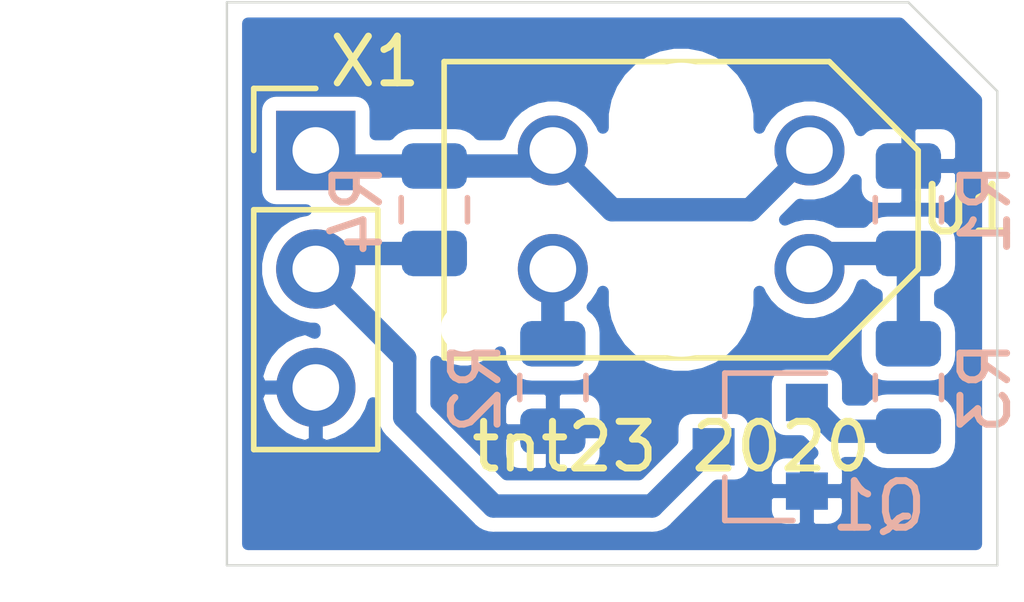
<source format=kicad_pcb>
(kicad_pcb (version 20171130) (host pcbnew "(5.1.5)-2")

  (general
    (thickness 1.6)
    (drawings 8)
    (tracks 22)
    (zones 0)
    (modules 7)
    (nets 7)
  )

  (page A4)
  (layers
    (0 F.Cu signal)
    (31 B.Cu signal)
    (32 B.Adhes user)
    (33 F.Adhes user)
    (34 B.Paste user)
    (35 F.Paste user)
    (36 B.SilkS user)
    (37 F.SilkS user)
    (38 B.Mask user)
    (39 F.Mask user)
    (40 Dwgs.User user)
    (41 Cmts.User user)
    (42 Eco1.User user)
    (43 Eco2.User user)
    (44 Edge.Cuts user)
    (45 Margin user)
    (46 B.CrtYd user)
    (47 F.CrtYd user)
    (48 B.Fab user)
    (49 F.Fab user)
  )

  (setup
    (last_trace_width 0.25)
    (user_trace_width 0.3)
    (user_trace_width 0.5)
    (trace_clearance 0.2)
    (zone_clearance 0.3)
    (zone_45_only no)
    (trace_min 0.2)
    (via_size 0.8)
    (via_drill 0.4)
    (via_min_size 0.4)
    (via_min_drill 0.3)
    (uvia_size 0.3)
    (uvia_drill 0.1)
    (uvias_allowed no)
    (uvia_min_size 0.2)
    (uvia_min_drill 0.1)
    (edge_width 0.05)
    (segment_width 0.2)
    (pcb_text_width 0.3)
    (pcb_text_size 1.5 1.5)
    (mod_edge_width 0.12)
    (mod_text_size 1 1)
    (mod_text_width 0.15)
    (pad_size 1.524 1.524)
    (pad_drill 0.762)
    (pad_to_mask_clearance 0.051)
    (solder_mask_min_width 0.25)
    (aux_axis_origin 0 0)
    (visible_elements 7FFFFFFF)
    (pcbplotparams
      (layerselection 0x010f0_ffffffff)
      (usegerberextensions false)
      (usegerberattributes false)
      (usegerberadvancedattributes false)
      (creategerberjobfile false)
      (excludeedgelayer true)
      (linewidth 0.100000)
      (plotframeref false)
      (viasonmask false)
      (mode 1)
      (useauxorigin false)
      (hpglpennumber 1)
      (hpglpenspeed 20)
      (hpglpendiameter 15.000000)
      (psnegative false)
      (psa4output false)
      (plotreference false)
      (plotvalue false)
      (plotinvisibletext false)
      (padsonsilk false)
      (subtractmaskfromsilk false)
      (outputformat 1)
      (mirror false)
      (drillshape 0)
      (scaleselection 1)
      (outputdirectory "gerber/"))
  )

  (net 0 "")
  (net 1 "Net-(Q1-Pad1)")
  (net 2 "Net-(R1-Pad1)")
  (net 3 "Net-(R2-Pad1)")
  (net 4 /GND)
  (net 5 /OUT)
  (net 6 /VCC)

  (net_class Default "This is the default net class."
    (clearance 0.2)
    (trace_width 0.25)
    (via_dia 0.8)
    (via_drill 0.4)
    (uvia_dia 0.3)
    (uvia_drill 0.1)
    (add_net /GND)
    (add_net /OUT)
    (add_net /VCC)
    (add_net "Net-(Q1-Pad1)")
    (add_net "Net-(R1-Pad1)")
    (add_net "Net-(R2-Pad1)")
  )

  (module Connector_PinHeader_2.54mm:PinHeader_1x03_P2.54mm_Vertical (layer F.Cu) (tedit 59FED5CC) (tstamp 5E2A2F28)
    (at 124.46 86.36)
    (descr "Through hole straight pin header, 1x03, 2.54mm pitch, single row")
    (tags "Through hole pin header THT 1x03 2.54mm single row")
    (path /5E2A6981)
    (fp_text reference X1 (at 1.27 -1.905) (layer F.SilkS)
      (effects (font (size 1 1) (thickness 0.15)))
    )
    (fp_text value Conn_01x03_Male (at 0 7.41) (layer F.Fab)
      (effects (font (size 1 1) (thickness 0.15)))
    )
    (fp_text user %R (at 0 2.54 90) (layer F.Fab)
      (effects (font (size 1 1) (thickness 0.15)))
    )
    (fp_line (start 1.8 -1.8) (end -1.8 -1.8) (layer F.CrtYd) (width 0.05))
    (fp_line (start 1.8 6.85) (end 1.8 -1.8) (layer F.CrtYd) (width 0.05))
    (fp_line (start -1.8 6.85) (end 1.8 6.85) (layer F.CrtYd) (width 0.05))
    (fp_line (start -1.8 -1.8) (end -1.8 6.85) (layer F.CrtYd) (width 0.05))
    (fp_line (start -1.33 -1.33) (end 0 -1.33) (layer F.SilkS) (width 0.12))
    (fp_line (start -1.33 0) (end -1.33 -1.33) (layer F.SilkS) (width 0.12))
    (fp_line (start -1.33 1.27) (end 1.33 1.27) (layer F.SilkS) (width 0.12))
    (fp_line (start 1.33 1.27) (end 1.33 6.41) (layer F.SilkS) (width 0.12))
    (fp_line (start -1.33 1.27) (end -1.33 6.41) (layer F.SilkS) (width 0.12))
    (fp_line (start -1.33 6.41) (end 1.33 6.41) (layer F.SilkS) (width 0.12))
    (fp_line (start -1.27 -0.635) (end -0.635 -1.27) (layer F.Fab) (width 0.1))
    (fp_line (start -1.27 6.35) (end -1.27 -0.635) (layer F.Fab) (width 0.1))
    (fp_line (start 1.27 6.35) (end -1.27 6.35) (layer F.Fab) (width 0.1))
    (fp_line (start 1.27 -1.27) (end 1.27 6.35) (layer F.Fab) (width 0.1))
    (fp_line (start -0.635 -1.27) (end 1.27 -1.27) (layer F.Fab) (width 0.1))
    (pad 3 thru_hole oval (at 0 5.08) (size 1.7 1.7) (drill 1) (layers *.Cu *.Mask)
      (net 4 /GND))
    (pad 2 thru_hole oval (at 0 2.54) (size 1.7 1.7) (drill 1) (layers *.Cu *.Mask)
      (net 5 /OUT))
    (pad 1 thru_hole rect (at 0 0) (size 1.7 1.7) (drill 1) (layers *.Cu *.Mask)
      (net 6 /VCC))
    (model ${KISYS3DMOD}/Connector_PinHeader_2.54mm.3dshapes/PinHeader_1x03_P2.54mm_Vertical.wrl
      (at (xyz 0 0 0))
      (scale (xyz 1 1 1))
      (rotate (xyz 0 0 0))
    )
  )

  (module Package_TO_SOT_SMD:SOT-23 (layer B.Cu) (tedit 5A02FF57) (tstamp 5E2A1BEE)
    (at 133.985 92.71 180)
    (descr "SOT-23, Standard")
    (tags SOT-23)
    (path /5E29F24F)
    (attr smd)
    (fp_text reference Q1 (at -2.54 -1.27) (layer B.SilkS)
      (effects (font (size 1 1) (thickness 0.15)) (justify mirror))
    )
    (fp_text value BC817 (at 0 -2.5) (layer B.Fab)
      (effects (font (size 1 1) (thickness 0.15)) (justify mirror))
    )
    (fp_text user %R (at 0 0 270) (layer B.Fab)
      (effects (font (size 0.5 0.5) (thickness 0.075)) (justify mirror))
    )
    (fp_line (start -0.7 0.95) (end -0.7 -1.5) (layer B.Fab) (width 0.1))
    (fp_line (start -0.15 1.52) (end 0.7 1.52) (layer B.Fab) (width 0.1))
    (fp_line (start -0.7 0.95) (end -0.15 1.52) (layer B.Fab) (width 0.1))
    (fp_line (start 0.7 1.52) (end 0.7 -1.52) (layer B.Fab) (width 0.1))
    (fp_line (start -0.7 -1.52) (end 0.7 -1.52) (layer B.Fab) (width 0.1))
    (fp_line (start 0.76 -1.58) (end 0.76 -0.65) (layer B.SilkS) (width 0.12))
    (fp_line (start 0.76 1.58) (end 0.76 0.65) (layer B.SilkS) (width 0.12))
    (fp_line (start -1.7 1.75) (end 1.7 1.75) (layer B.CrtYd) (width 0.05))
    (fp_line (start 1.7 1.75) (end 1.7 -1.75) (layer B.CrtYd) (width 0.05))
    (fp_line (start 1.7 -1.75) (end -1.7 -1.75) (layer B.CrtYd) (width 0.05))
    (fp_line (start -1.7 -1.75) (end -1.7 1.75) (layer B.CrtYd) (width 0.05))
    (fp_line (start 0.76 1.58) (end -1.4 1.58) (layer B.SilkS) (width 0.12))
    (fp_line (start 0.76 -1.58) (end -0.7 -1.58) (layer B.SilkS) (width 0.12))
    (pad 1 smd rect (at -1 0.95 180) (size 0.9 0.8) (layers B.Cu B.Paste B.Mask)
      (net 1 "Net-(Q1-Pad1)"))
    (pad 2 smd rect (at -1 -0.95 180) (size 0.9 0.8) (layers B.Cu B.Paste B.Mask)
      (net 4 /GND))
    (pad 3 smd rect (at 1 0 180) (size 0.9 0.8) (layers B.Cu B.Paste B.Mask)
      (net 5 /OUT))
    (model ${KISYS3DMOD}/Package_TO_SOT_SMD.3dshapes/SOT-23.wrl
      (at (xyz 0 0 0))
      (scale (xyz 1 1 1))
      (rotate (xyz 0 0 0))
    )
  )

  (module Resistor_SMD:R_0805_2012Metric (layer B.Cu) (tedit 5B36C52B) (tstamp 5E2A1D5E)
    (at 137.16 87.63 90)
    (descr "Resistor SMD 0805 (2012 Metric), square (rectangular) end terminal, IPC_7351 nominal, (Body size source: https://docs.google.com/spreadsheets/d/1BsfQQcO9C6DZCsRaXUlFlo91Tg2WpOkGARC1WS5S8t0/edit?usp=sharing), generated with kicad-footprint-generator")
    (tags resistor)
    (path /5E29DF88)
    (attr smd)
    (fp_text reference R1 (at 0 1.65 270) (layer B.SilkS)
      (effects (font (size 1 1) (thickness 0.15)) (justify mirror))
    )
    (fp_text value 10K (at 0 -1.65 270) (layer B.Fab)
      (effects (font (size 1 1) (thickness 0.15)) (justify mirror))
    )
    (fp_text user %R (at 0 0 270) (layer B.Fab)
      (effects (font (size 0.5 0.5) (thickness 0.08)) (justify mirror))
    )
    (fp_line (start 1.68 -0.95) (end -1.68 -0.95) (layer B.CrtYd) (width 0.05))
    (fp_line (start 1.68 0.95) (end 1.68 -0.95) (layer B.CrtYd) (width 0.05))
    (fp_line (start -1.68 0.95) (end 1.68 0.95) (layer B.CrtYd) (width 0.05))
    (fp_line (start -1.68 -0.95) (end -1.68 0.95) (layer B.CrtYd) (width 0.05))
    (fp_line (start -0.258578 -0.71) (end 0.258578 -0.71) (layer B.SilkS) (width 0.12))
    (fp_line (start -0.258578 0.71) (end 0.258578 0.71) (layer B.SilkS) (width 0.12))
    (fp_line (start 1 -0.6) (end -1 -0.6) (layer B.Fab) (width 0.1))
    (fp_line (start 1 0.6) (end 1 -0.6) (layer B.Fab) (width 0.1))
    (fp_line (start -1 0.6) (end 1 0.6) (layer B.Fab) (width 0.1))
    (fp_line (start -1 -0.6) (end -1 0.6) (layer B.Fab) (width 0.1))
    (pad 2 smd roundrect (at 0.9375 0 90) (size 0.975 1.4) (layers B.Cu B.Paste B.Mask) (roundrect_rratio 0.25)
      (net 4 /GND))
    (pad 1 smd roundrect (at -0.9375 0 90) (size 0.975 1.4) (layers B.Cu B.Paste B.Mask) (roundrect_rratio 0.25)
      (net 2 "Net-(R1-Pad1)"))
    (model ${KISYS3DMOD}/Resistor_SMD.3dshapes/R_0805_2012Metric.wrl
      (at (xyz 0 0 0))
      (scale (xyz 1 1 1))
      (rotate (xyz 0 0 0))
    )
  )

  (module Resistor_SMD:R_0805_2012Metric (layer B.Cu) (tedit 5B36C52B) (tstamp 5E2A1C10)
    (at 129.54 91.44 270)
    (descr "Resistor SMD 0805 (2012 Metric), square (rectangular) end terminal, IPC_7351 nominal, (Body size source: https://docs.google.com/spreadsheets/d/1BsfQQcO9C6DZCsRaXUlFlo91Tg2WpOkGARC1WS5S8t0/edit?usp=sharing), generated with kicad-footprint-generator")
    (tags resistor)
    (path /5E29DACB)
    (attr smd)
    (fp_text reference R2 (at 0 1.65 90) (layer B.SilkS)
      (effects (font (size 1 1) (thickness 0.15)) (justify mirror))
    )
    (fp_text value 330R (at 0 -1.65 90) (layer B.Fab)
      (effects (font (size 1 1) (thickness 0.15)) (justify mirror))
    )
    (fp_line (start -1 -0.6) (end -1 0.6) (layer B.Fab) (width 0.1))
    (fp_line (start -1 0.6) (end 1 0.6) (layer B.Fab) (width 0.1))
    (fp_line (start 1 0.6) (end 1 -0.6) (layer B.Fab) (width 0.1))
    (fp_line (start 1 -0.6) (end -1 -0.6) (layer B.Fab) (width 0.1))
    (fp_line (start -0.258578 0.71) (end 0.258578 0.71) (layer B.SilkS) (width 0.12))
    (fp_line (start -0.258578 -0.71) (end 0.258578 -0.71) (layer B.SilkS) (width 0.12))
    (fp_line (start -1.68 -0.95) (end -1.68 0.95) (layer B.CrtYd) (width 0.05))
    (fp_line (start -1.68 0.95) (end 1.68 0.95) (layer B.CrtYd) (width 0.05))
    (fp_line (start 1.68 0.95) (end 1.68 -0.95) (layer B.CrtYd) (width 0.05))
    (fp_line (start 1.68 -0.95) (end -1.68 -0.95) (layer B.CrtYd) (width 0.05))
    (fp_text user %R (at 0 0 90) (layer B.Fab)
      (effects (font (size 0.5 0.5) (thickness 0.08)) (justify mirror))
    )
    (pad 1 smd roundrect (at -0.9375 0 270) (size 0.975 1.4) (layers B.Cu B.Paste B.Mask) (roundrect_rratio 0.25)
      (net 3 "Net-(R2-Pad1)"))
    (pad 2 smd roundrect (at 0.9375 0 270) (size 0.975 1.4) (layers B.Cu B.Paste B.Mask) (roundrect_rratio 0.25)
      (net 4 /GND))
    (model ${KISYS3DMOD}/Resistor_SMD.3dshapes/R_0805_2012Metric.wrl
      (at (xyz 0 0 0))
      (scale (xyz 1 1 1))
      (rotate (xyz 0 0 0))
    )
  )

  (module Resistor_SMD:R_0805_2012Metric (layer B.Cu) (tedit 5B36C52B) (tstamp 5E2A1C21)
    (at 137.16 91.44 90)
    (descr "Resistor SMD 0805 (2012 Metric), square (rectangular) end terminal, IPC_7351 nominal, (Body size source: https://docs.google.com/spreadsheets/d/1BsfQQcO9C6DZCsRaXUlFlo91Tg2WpOkGARC1WS5S8t0/edit?usp=sharing), generated with kicad-footprint-generator")
    (tags resistor)
    (path /5E29E5DC)
    (attr smd)
    (fp_text reference R3 (at 0 1.65 90) (layer B.SilkS)
      (effects (font (size 1 1) (thickness 0.15)) (justify mirror))
    )
    (fp_text value 10K (at 0 -1.65 90) (layer B.Fab)
      (effects (font (size 1 1) (thickness 0.15)) (justify mirror))
    )
    (fp_line (start -1 -0.6) (end -1 0.6) (layer B.Fab) (width 0.1))
    (fp_line (start -1 0.6) (end 1 0.6) (layer B.Fab) (width 0.1))
    (fp_line (start 1 0.6) (end 1 -0.6) (layer B.Fab) (width 0.1))
    (fp_line (start 1 -0.6) (end -1 -0.6) (layer B.Fab) (width 0.1))
    (fp_line (start -0.258578 0.71) (end 0.258578 0.71) (layer B.SilkS) (width 0.12))
    (fp_line (start -0.258578 -0.71) (end 0.258578 -0.71) (layer B.SilkS) (width 0.12))
    (fp_line (start -1.68 -0.95) (end -1.68 0.95) (layer B.CrtYd) (width 0.05))
    (fp_line (start -1.68 0.95) (end 1.68 0.95) (layer B.CrtYd) (width 0.05))
    (fp_line (start 1.68 0.95) (end 1.68 -0.95) (layer B.CrtYd) (width 0.05))
    (fp_line (start 1.68 -0.95) (end -1.68 -0.95) (layer B.CrtYd) (width 0.05))
    (fp_text user %R (at 0 0 90) (layer B.Fab)
      (effects (font (size 0.5 0.5) (thickness 0.08)) (justify mirror))
    )
    (pad 1 smd roundrect (at -0.9375 0 90) (size 0.975 1.4) (layers B.Cu B.Paste B.Mask) (roundrect_rratio 0.25)
      (net 1 "Net-(Q1-Pad1)"))
    (pad 2 smd roundrect (at 0.9375 0 90) (size 0.975 1.4) (layers B.Cu B.Paste B.Mask) (roundrect_rratio 0.25)
      (net 2 "Net-(R1-Pad1)"))
    (model ${KISYS3DMOD}/Resistor_SMD.3dshapes/R_0805_2012Metric.wrl
      (at (xyz 0 0 0))
      (scale (xyz 1 1 1))
      (rotate (xyz 0 0 0))
    )
  )

  (module Resistor_SMD:R_0805_2012Metric (layer B.Cu) (tedit 5B36C52B) (tstamp 5E2A1C32)
    (at 127 87.63 270)
    (descr "Resistor SMD 0805 (2012 Metric), square (rectangular) end terminal, IPC_7351 nominal, (Body size source: https://docs.google.com/spreadsheets/d/1BsfQQcO9C6DZCsRaXUlFlo91Tg2WpOkGARC1WS5S8t0/edit?usp=sharing), generated with kicad-footprint-generator")
    (tags resistor)
    (path /5E29FB00)
    (attr smd)
    (fp_text reference R4 (at 0 1.65 90) (layer B.SilkS)
      (effects (font (size 1 1) (thickness 0.15)) (justify mirror))
    )
    (fp_text value 10K (at 0 -1.65 90) (layer B.Fab)
      (effects (font (size 1 1) (thickness 0.15)) (justify mirror))
    )
    (fp_text user %R (at 0 0 90) (layer B.Fab)
      (effects (font (size 0.5 0.5) (thickness 0.08)) (justify mirror))
    )
    (fp_line (start 1.68 -0.95) (end -1.68 -0.95) (layer B.CrtYd) (width 0.05))
    (fp_line (start 1.68 0.95) (end 1.68 -0.95) (layer B.CrtYd) (width 0.05))
    (fp_line (start -1.68 0.95) (end 1.68 0.95) (layer B.CrtYd) (width 0.05))
    (fp_line (start -1.68 -0.95) (end -1.68 0.95) (layer B.CrtYd) (width 0.05))
    (fp_line (start -0.258578 -0.71) (end 0.258578 -0.71) (layer B.SilkS) (width 0.12))
    (fp_line (start -0.258578 0.71) (end 0.258578 0.71) (layer B.SilkS) (width 0.12))
    (fp_line (start 1 -0.6) (end -1 -0.6) (layer B.Fab) (width 0.1))
    (fp_line (start 1 0.6) (end 1 -0.6) (layer B.Fab) (width 0.1))
    (fp_line (start -1 0.6) (end 1 0.6) (layer B.Fab) (width 0.1))
    (fp_line (start -1 -0.6) (end -1 0.6) (layer B.Fab) (width 0.1))
    (pad 2 smd roundrect (at 0.9375 0 270) (size 0.975 1.4) (layers B.Cu B.Paste B.Mask) (roundrect_rratio 0.25)
      (net 5 /OUT))
    (pad 1 smd roundrect (at -0.9375 0 270) (size 0.975 1.4) (layers B.Cu B.Paste B.Mask) (roundrect_rratio 0.25)
      (net 6 /VCC))
    (model ${KISYS3DMOD}/Resistor_SMD.3dshapes/R_0805_2012Metric.wrl
      (at (xyz 0 0 0))
      (scale (xyz 1 1 1))
      (rotate (xyz 0 0 0))
    )
  )

  (module tcrt5000:TCRT500 (layer F.Cu) (tedit 5E29CC2F) (tstamp 5E2A1C43)
    (at 132.29 87.63)
    (path /5E29CC7F)
    (fp_text reference U1 (at 6.14 0) (layer F.SilkS)
      (effects (font (size 1 1) (thickness 0.15)))
    )
    (fp_text value TCRT5000 (at 0 4.445) (layer F.Fab)
      (effects (font (size 1 1) (thickness 0.15)))
    )
    (fp_line (start -5.08 -3.175) (end 3.175 -3.175) (layer F.SilkS) (width 0.12))
    (fp_line (start -5.08 -3.175) (end -5.08 3.175) (layer F.SilkS) (width 0.12))
    (fp_line (start -5.08 3.175) (end 3.175 3.175) (layer F.SilkS) (width 0.12))
    (fp_line (start 5.08 1.27) (end 5.08 -1.27) (layer F.SilkS) (width 0.12))
    (fp_line (start 3.175 -3.175) (end 5.08 -1.27) (layer F.SilkS) (width 0.12))
    (fp_line (start 5.08 1.27) (end 3.175 3.175) (layer F.SilkS) (width 0.12))
    (pad "" np_thru_hole circle (at 0 -1.9) (size 2.5 2.5) (drill 2.5) (layers *.Cu *.Mask))
    (pad "" np_thru_hole circle (at 0 1.9) (size 2.5 2.5) (drill 2.5) (layers *.Cu *.Mask))
    (pad 3 thru_hole circle (at -2.75 1.27) (size 1.5 1.5) (drill 1) (layers *.Cu *.Mask)
      (net 3 "Net-(R2-Pad1)"))
    (pad 4 thru_hole circle (at 2.75 1.27) (size 1.5 1.5) (drill 1) (layers *.Cu *.Mask)
      (net 2 "Net-(R1-Pad1)"))
    (pad 1 thru_hole circle (at -2.75 -1.27) (size 1.5 1.5) (drill 1) (layers *.Cu *.Mask)
      (net 6 /VCC))
    (pad 2 thru_hole circle (at 2.75 -1.27) (size 1.5 1.5) (drill 1) (layers *.Cu *.Mask)
      (net 6 /VCC))
    (pad "" np_thru_hole circle (at -4.65 2.54) (size 1 1) (drill 1) (layers *.Cu *.Mask))
    (model ${KIPRJMOD}/3d/TCRT5000.step
      (offset (xyz -5.08 2.8 3.6))
      (scale (xyz 1 1 1))
      (rotate (xyz 0 180 180))
    )
  )

  (gr_poly (pts (xy 127.635 94.615) (xy 133.35 94.615) (xy 134.62 93.345) (xy 139.065 93.345) (xy 139.065 95.25) (xy 122.555 95.25) (xy 122.555 93.345) (xy 126.365 93.345)) (layer B.Mask) (width 0.1))
  (gr_poly (pts (xy 139.065 85.09) (xy 122.555 85.09) (xy 122.555 83.185) (xy 139.065 83.185)) (layer B.Mask) (width 0.1))
  (gr_line (start 137.16 83.185) (end 139.065 85.09) (layer Edge.Cuts) (width 0.05) (tstamp 5E2A97BE))
  (gr_text "tnt23 2020" (at 132.08 92.71) (layer F.SilkS)
    (effects (font (size 1 1) (thickness 0.15)))
  )
  (gr_line (start 139.065 95.25) (end 139.065 85.09) (layer Edge.Cuts) (width 0.05) (tstamp 5E2A2060))
  (gr_line (start 122.555 95.25) (end 139.065 95.25) (layer Edge.Cuts) (width 0.05))
  (gr_line (start 122.555 83.185) (end 122.555 95.25) (layer Edge.Cuts) (width 0.05))
  (gr_line (start 137.16 83.185) (end 122.555 83.185) (layer Edge.Cuts) (width 0.05))

  (segment (start 135.6025 92.3775) (end 134.985 91.76) (width 0.5) (layer B.Cu) (net 1))
  (segment (start 137.16 92.3775) (end 135.6025 92.3775) (width 0.5) (layer B.Cu) (net 1))
  (segment (start 137.16 88.5675) (end 137.16 90.5025) (width 0.5) (layer B.Cu) (net 2))
  (segment (start 135.3725 88.5675) (end 135.04 88.9) (width 0.5) (layer B.Cu) (net 2))
  (segment (start 137.16 88.5675) (end 135.3725 88.5675) (width 0.5) (layer B.Cu) (net 2))
  (segment (start 129.2375 89.2025) (end 129.54 88.9) (width 0.5) (layer B.Cu) (net 3))
  (segment (start 129.54 90.5025) (end 129.54 88.9) (width 0.5) (layer B.Cu) (net 3))
  (segment (start 124.7925 88.5675) (end 124.46 88.9) (width 0.5) (layer B.Cu) (net 5))
  (segment (start 127 88.5675) (end 124.7925 88.5675) (width 0.5) (layer B.Cu) (net 5))
  (segment (start 126.365 90.805) (end 124.46 88.9) (width 0.5) (layer B.Cu) (net 5))
  (segment (start 132.985 92.71) (end 132.935 92.71) (width 0.5) (layer B.Cu) (net 5))
  (segment (start 126.365 92.075) (end 126.365 90.805) (width 0.5) (layer B.Cu) (net 5))
  (segment (start 131.665 93.98) (end 128.27 93.98) (width 0.5) (layer B.Cu) (net 5))
  (segment (start 132.935 92.71) (end 131.665 93.98) (width 0.5) (layer B.Cu) (net 5))
  (segment (start 128.27 93.98) (end 126.365 92.075) (width 0.5) (layer B.Cu) (net 5))
  (segment (start 135.04 86.36) (end 133.77 87.63) (width 0.5) (layer B.Cu) (net 6))
  (segment (start 130.81 87.63) (end 129.54 86.36) (width 0.5) (layer B.Cu) (net 6))
  (segment (start 133.77 87.63) (end 130.81 87.63) (width 0.5) (layer B.Cu) (net 6))
  (segment (start 129.2075 86.6925) (end 129.54 86.36) (width 0.5) (layer B.Cu) (net 6))
  (segment (start 127 86.6925) (end 129.2075 86.6925) (width 0.5) (layer B.Cu) (net 6))
  (segment (start 124.7925 86.6925) (end 124.46 86.36) (width 0.5) (layer B.Cu) (net 6))
  (segment (start 127 86.6925) (end 124.7925 86.6925) (width 0.5) (layer B.Cu) (net 6))

  (zone (net 4) (net_name /GND) (layer B.Cu) (tstamp 5E2A95FE) (hatch edge 0.508)
    (connect_pads (clearance 0.3))
    (min_thickness 0.254)
    (fill yes (arc_segments 32) (thermal_gap 0.3) (thermal_bridge_width 0.3))
    (polygon
      (pts
        (xy 139.065 85.09) (xy 139.065 95.25) (xy 122.555 95.25) (xy 122.555 83.185) (xy 137.16 83.185)
      )
    )
    (filled_polygon
      (pts
        (xy 138.613001 85.277225) (xy 138.613 94.798) (xy 123.007 94.798) (xy 123.007 91.662451) (xy 123.202524 91.662451)
        (xy 123.213114 91.715698) (xy 123.290859 91.953656) (xy 123.413533 92.171874) (xy 123.576422 92.361967) (xy 123.773267 92.516629)
        (xy 123.996502 92.629917) (xy 124.237549 92.697477) (xy 124.437 92.610044) (xy 124.437 91.463) (xy 123.289976 91.463)
        (xy 123.202524 91.662451) (xy 123.007 91.662451) (xy 123.007 85.51) (xy 123.180934 85.51) (xy 123.180934 87.21)
        (xy 123.189178 87.293707) (xy 123.213595 87.374196) (xy 123.253245 87.448376) (xy 123.306605 87.513395) (xy 123.371624 87.566755)
        (xy 123.445804 87.606405) (xy 123.526293 87.630822) (xy 123.61 87.639066) (xy 124.253456 87.639066) (xy 124.087513 87.672074)
        (xy 123.855114 87.768337) (xy 123.64596 87.908089) (xy 123.468089 88.08596) (xy 123.328337 88.295114) (xy 123.232074 88.527513)
        (xy 123.183 88.774226) (xy 123.183 89.025774) (xy 123.232074 89.272487) (xy 123.328337 89.504886) (xy 123.468089 89.71404)
        (xy 123.64596 89.891911) (xy 123.855114 90.031663) (xy 124.087513 90.127926) (xy 124.334226 90.177) (xy 124.436998 90.177)
        (xy 124.436998 90.269955) (xy 124.237549 90.182523) (xy 123.996502 90.250083) (xy 123.773267 90.363371) (xy 123.576422 90.518033)
        (xy 123.413533 90.708126) (xy 123.290859 90.926344) (xy 123.213114 91.164302) (xy 123.202524 91.217549) (xy 123.289976 91.417)
        (xy 124.437 91.417) (xy 124.437 91.397) (xy 124.483 91.397) (xy 124.483 91.417) (xy 124.503 91.417)
        (xy 124.503 91.463) (xy 124.483 91.463) (xy 124.483 92.610044) (xy 124.682451 92.697477) (xy 124.923498 92.629917)
        (xy 125.146733 92.516629) (xy 125.343578 92.361967) (xy 125.506467 92.171874) (xy 125.629141 91.953656) (xy 125.688 91.773503)
        (xy 125.688 92.041755) (xy 125.684726 92.075) (xy 125.688 92.108245) (xy 125.688 92.108251) (xy 125.690924 92.13794)
        (xy 125.697796 92.207714) (xy 125.736508 92.335329) (xy 125.799372 92.45294) (xy 125.851641 92.516629) (xy 125.883973 92.556026)
        (xy 125.9098 92.577222) (xy 127.767778 94.435201) (xy 127.788973 94.461027) (xy 127.814799 94.482222) (xy 127.814801 94.482224)
        (xy 127.892059 94.545628) (xy 128.00967 94.608492) (xy 128.137285 94.647204) (xy 128.27 94.660275) (xy 128.303252 94.657)
        (xy 131.631755 94.657) (xy 131.665 94.660274) (xy 131.698245 94.657) (xy 131.698252 94.657) (xy 131.797715 94.647204)
        (xy 131.92533 94.608492) (xy 132.042941 94.545628) (xy 132.146027 94.461027) (xy 132.167226 94.435196) (xy 132.542422 94.06)
        (xy 134.105934 94.06) (xy 134.114178 94.143707) (xy 134.138595 94.224196) (xy 134.178245 94.298376) (xy 134.231605 94.363395)
        (xy 134.296624 94.416755) (xy 134.370804 94.456405) (xy 134.451293 94.480822) (xy 134.535 94.489066) (xy 134.85525 94.487)
        (xy 134.962 94.38025) (xy 134.962 93.683) (xy 135.008 93.683) (xy 135.008 94.38025) (xy 135.11475 94.487)
        (xy 135.435 94.489066) (xy 135.518707 94.480822) (xy 135.599196 94.456405) (xy 135.673376 94.416755) (xy 135.738395 94.363395)
        (xy 135.791755 94.298376) (xy 135.831405 94.224196) (xy 135.855822 94.143707) (xy 135.864066 94.06) (xy 135.862 93.78975)
        (xy 135.75525 93.683) (xy 135.008 93.683) (xy 134.962 93.683) (xy 134.21475 93.683) (xy 134.108 93.78975)
        (xy 134.105934 94.06) (xy 132.542422 94.06) (xy 133.063356 93.539066) (xy 133.435 93.539066) (xy 133.518707 93.530822)
        (xy 133.599196 93.506405) (xy 133.673376 93.466755) (xy 133.738395 93.413395) (xy 133.791755 93.348376) (xy 133.831405 93.274196)
        (xy 133.835711 93.26) (xy 134.105934 93.26) (xy 134.108 93.53025) (xy 134.21475 93.637) (xy 134.962 93.637)
        (xy 134.962 92.93975) (xy 134.85525 92.833) (xy 134.535 92.830934) (xy 134.451293 92.839178) (xy 134.370804 92.863595)
        (xy 134.296624 92.903245) (xy 134.231605 92.956605) (xy 134.178245 93.021624) (xy 134.138595 93.095804) (xy 134.114178 93.176293)
        (xy 134.105934 93.26) (xy 133.835711 93.26) (xy 133.855822 93.193707) (xy 133.864066 93.11) (xy 133.864066 92.31)
        (xy 133.855822 92.226293) (xy 133.831405 92.145804) (xy 133.791755 92.071624) (xy 133.738395 92.006605) (xy 133.673376 91.953245)
        (xy 133.599196 91.913595) (xy 133.518707 91.889178) (xy 133.435 91.880934) (xy 132.535 91.880934) (xy 132.451293 91.889178)
        (xy 132.370804 91.913595) (xy 132.296624 91.953245) (xy 132.231605 92.006605) (xy 132.178245 92.071624) (xy 132.138595 92.145804)
        (xy 132.114178 92.226293) (xy 132.105934 92.31) (xy 132.105934 92.581644) (xy 131.384578 93.303) (xy 128.550423 93.303)
        (xy 128.112423 92.865) (xy 128.410934 92.865) (xy 128.419178 92.948707) (xy 128.443595 93.029196) (xy 128.483245 93.103376)
        (xy 128.536605 93.168395) (xy 128.601624 93.221755) (xy 128.675804 93.261405) (xy 128.756293 93.285822) (xy 128.84 93.294066)
        (xy 129.41025 93.292) (xy 129.517 93.18525) (xy 129.517 92.4005) (xy 129.563 92.4005) (xy 129.563 93.18525)
        (xy 129.66975 93.292) (xy 130.24 93.294066) (xy 130.323707 93.285822) (xy 130.404196 93.261405) (xy 130.478376 93.221755)
        (xy 130.543395 93.168395) (xy 130.596755 93.103376) (xy 130.636405 93.029196) (xy 130.660822 92.948707) (xy 130.669066 92.865)
        (xy 130.667 92.50725) (xy 130.56025 92.4005) (xy 129.563 92.4005) (xy 129.517 92.4005) (xy 128.51975 92.4005)
        (xy 128.413 92.50725) (xy 128.410934 92.865) (xy 128.112423 92.865) (xy 127.137423 91.89) (xy 128.410934 91.89)
        (xy 128.413 92.24775) (xy 128.51975 92.3545) (xy 129.517 92.3545) (xy 129.517 91.56975) (xy 129.563 91.56975)
        (xy 129.563 92.3545) (xy 130.56025 92.3545) (xy 130.667 92.24775) (xy 130.669066 91.89) (xy 130.660822 91.806293)
        (xy 130.636405 91.725804) (xy 130.596755 91.651624) (xy 130.543395 91.586605) (xy 130.478376 91.533245) (xy 130.404196 91.493595)
        (xy 130.323707 91.469178) (xy 130.24 91.460934) (xy 129.66975 91.463) (xy 129.563 91.56975) (xy 129.517 91.56975)
        (xy 129.41025 91.463) (xy 128.84 91.460934) (xy 128.756293 91.469178) (xy 128.675804 91.493595) (xy 128.601624 91.533245)
        (xy 128.536605 91.586605) (xy 128.483245 91.651624) (xy 128.443595 91.725804) (xy 128.419178 91.806293) (xy 128.410934 91.89)
        (xy 127.137423 91.89) (xy 127.042 91.794578) (xy 127.042 90.882976) (xy 127.049072 90.890048) (xy 127.200901 90.991496)
        (xy 127.369604 91.061376) (xy 127.548699 91.097) (xy 127.731301 91.097) (xy 127.910396 91.061376) (xy 128.079099 90.991496)
        (xy 128.230928 90.890048) (xy 128.360048 90.760928) (xy 128.410934 90.684771) (xy 128.410934 90.74625) (xy 128.423862 90.87751)
        (xy 128.462149 91.003726) (xy 128.524324 91.120047) (xy 128.607997 91.222003) (xy 128.709953 91.305676) (xy 128.826274 91.367851)
        (xy 128.95249 91.406138) (xy 129.08375 91.419066) (xy 129.99625 91.419066) (xy 130.12751 91.406138) (xy 130.253726 91.367851)
        (xy 130.268414 91.36) (xy 134.105934 91.36) (xy 134.105934 92.16) (xy 134.114178 92.243707) (xy 134.138595 92.324196)
        (xy 134.178245 92.398376) (xy 134.231605 92.463395) (xy 134.296624 92.516755) (xy 134.370804 92.556405) (xy 134.451293 92.580822)
        (xy 134.535 92.589066) (xy 134.856643 92.589066) (xy 135.100278 92.832701) (xy 135.106936 92.840814) (xy 135.008 92.93975)
        (xy 135.008 93.637) (xy 135.75525 93.637) (xy 135.862 93.53025) (xy 135.864066 93.26) (xy 135.855822 93.176293)
        (xy 135.831405 93.095804) (xy 135.809328 93.0545) (xy 136.193116 93.0545) (xy 136.227997 93.097003) (xy 136.329953 93.180676)
        (xy 136.446274 93.242851) (xy 136.57249 93.281138) (xy 136.70375 93.294066) (xy 137.61625 93.294066) (xy 137.74751 93.281138)
        (xy 137.873726 93.242851) (xy 137.990047 93.180676) (xy 138.092003 93.097003) (xy 138.175676 92.995047) (xy 138.237851 92.878726)
        (xy 138.276138 92.75251) (xy 138.289066 92.62125) (xy 138.289066 92.13375) (xy 138.276138 92.00249) (xy 138.237851 91.876274)
        (xy 138.175676 91.759953) (xy 138.092003 91.657997) (xy 137.990047 91.574324) (xy 137.873726 91.512149) (xy 137.74751 91.473862)
        (xy 137.61625 91.460934) (xy 136.70375 91.460934) (xy 136.57249 91.473862) (xy 136.446274 91.512149) (xy 136.329953 91.574324)
        (xy 136.227997 91.657997) (xy 136.193116 91.7005) (xy 135.882923 91.7005) (xy 135.864066 91.681643) (xy 135.864066 91.36)
        (xy 135.855822 91.276293) (xy 135.831405 91.195804) (xy 135.791755 91.121624) (xy 135.738395 91.056605) (xy 135.673376 91.003245)
        (xy 135.599196 90.963595) (xy 135.518707 90.939178) (xy 135.435 90.930934) (xy 134.535 90.930934) (xy 134.451293 90.939178)
        (xy 134.370804 90.963595) (xy 134.296624 91.003245) (xy 134.231605 91.056605) (xy 134.178245 91.121624) (xy 134.138595 91.195804)
        (xy 134.114178 91.276293) (xy 134.105934 91.36) (xy 130.268414 91.36) (xy 130.370047 91.305676) (xy 130.472003 91.222003)
        (xy 130.555676 91.120047) (xy 130.617851 91.003726) (xy 130.656138 90.87751) (xy 130.669066 90.74625) (xy 130.669066 90.25875)
        (xy 130.656138 90.12749) (xy 130.617851 90.001274) (xy 130.555676 89.884953) (xy 130.472003 89.782997) (xy 130.389358 89.715172)
        (xy 130.454236 89.650294) (xy 130.583044 89.457519) (xy 130.613 89.385199) (xy 130.613 89.69517) (xy 130.677446 90.019163)
        (xy 130.803862 90.324357) (xy 130.987389 90.599025) (xy 131.220975 90.832611) (xy 131.495643 91.016138) (xy 131.800837 91.142554)
        (xy 132.12483 91.207) (xy 132.45517 91.207) (xy 132.779163 91.142554) (xy 133.084357 91.016138) (xy 133.359025 90.832611)
        (xy 133.592611 90.599025) (xy 133.776138 90.324357) (xy 133.902554 90.019163) (xy 133.967 89.69517) (xy 133.967 89.385199)
        (xy 133.996956 89.457519) (xy 134.125764 89.650294) (xy 134.289706 89.814236) (xy 134.482481 89.943044) (xy 134.696682 90.031769)
        (xy 134.924076 90.077) (xy 135.155924 90.077) (xy 135.383318 90.031769) (xy 135.597519 89.943044) (xy 135.790294 89.814236)
        (xy 135.954236 89.650294) (xy 136.083044 89.457519) (xy 136.171279 89.2445) (xy 136.193116 89.2445) (xy 136.227997 89.287003)
        (xy 136.329953 89.370676) (xy 136.446274 89.432851) (xy 136.483 89.443992) (xy 136.483001 89.626008) (xy 136.446274 89.637149)
        (xy 136.329953 89.699324) (xy 136.227997 89.782997) (xy 136.144324 89.884953) (xy 136.082149 90.001274) (xy 136.043862 90.12749)
        (xy 136.030934 90.25875) (xy 136.030934 90.74625) (xy 136.043862 90.87751) (xy 136.082149 91.003726) (xy 136.144324 91.120047)
        (xy 136.227997 91.222003) (xy 136.329953 91.305676) (xy 136.446274 91.367851) (xy 136.57249 91.406138) (xy 136.70375 91.419066)
        (xy 137.61625 91.419066) (xy 137.74751 91.406138) (xy 137.873726 91.367851) (xy 137.990047 91.305676) (xy 138.092003 91.222003)
        (xy 138.175676 91.120047) (xy 138.237851 91.003726) (xy 138.276138 90.87751) (xy 138.289066 90.74625) (xy 138.289066 90.25875)
        (xy 138.276138 90.12749) (xy 138.237851 90.001274) (xy 138.175676 89.884953) (xy 138.092003 89.782997) (xy 137.990047 89.699324)
        (xy 137.873726 89.637149) (xy 137.837 89.626008) (xy 137.837 89.443992) (xy 137.873726 89.432851) (xy 137.990047 89.370676)
        (xy 138.092003 89.287003) (xy 138.175676 89.185047) (xy 138.237851 89.068726) (xy 138.276138 88.94251) (xy 138.289066 88.81125)
        (xy 138.289066 88.32375) (xy 138.276138 88.19249) (xy 138.237851 88.066274) (xy 138.175676 87.949953) (xy 138.092003 87.847997)
        (xy 137.990047 87.764324) (xy 137.873726 87.702149) (xy 137.74751 87.663862) (xy 137.61625 87.650934) (xy 136.70375 87.650934)
        (xy 136.57249 87.663862) (xy 136.446274 87.702149) (xy 136.329953 87.764324) (xy 136.227997 87.847997) (xy 136.193116 87.8905)
        (xy 135.647721 87.8905) (xy 135.597519 87.856956) (xy 135.383318 87.768231) (xy 135.155924 87.723) (xy 134.924076 87.723)
        (xy 134.696682 87.768231) (xy 134.513183 87.844239) (xy 134.837619 87.519803) (xy 134.924076 87.537) (xy 135.155924 87.537)
        (xy 135.383318 87.491769) (xy 135.597519 87.403044) (xy 135.790294 87.274236) (xy 135.954236 87.110294) (xy 136.032009 86.993899)
        (xy 136.030934 87.18) (xy 136.039178 87.263707) (xy 136.063595 87.344196) (xy 136.103245 87.418376) (xy 136.156605 87.483395)
        (xy 136.221624 87.536755) (xy 136.295804 87.576405) (xy 136.376293 87.600822) (xy 136.46 87.609066) (xy 137.03025 87.607)
        (xy 137.137 87.50025) (xy 137.137 86.7155) (xy 137.183 86.7155) (xy 137.183 87.50025) (xy 137.28975 87.607)
        (xy 137.86 87.609066) (xy 137.943707 87.600822) (xy 138.024196 87.576405) (xy 138.098376 87.536755) (xy 138.163395 87.483395)
        (xy 138.216755 87.418376) (xy 138.256405 87.344196) (xy 138.280822 87.263707) (xy 138.289066 87.18) (xy 138.287 86.82225)
        (xy 138.18025 86.7155) (xy 137.183 86.7155) (xy 137.137 86.7155) (xy 137.117 86.7155) (xy 137.117 86.6695)
        (xy 137.137 86.6695) (xy 137.137 85.88475) (xy 137.183 85.88475) (xy 137.183 86.6695) (xy 138.18025 86.6695)
        (xy 138.287 86.56275) (xy 138.289066 86.205) (xy 138.280822 86.121293) (xy 138.256405 86.040804) (xy 138.216755 85.966624)
        (xy 138.163395 85.901605) (xy 138.098376 85.848245) (xy 138.024196 85.808595) (xy 137.943707 85.784178) (xy 137.86 85.775934)
        (xy 137.28975 85.778) (xy 137.183 85.88475) (xy 137.137 85.88475) (xy 137.03025 85.778) (xy 136.46 85.775934)
        (xy 136.376293 85.784178) (xy 136.295804 85.808595) (xy 136.221624 85.848245) (xy 136.156605 85.901605) (xy 136.135005 85.927925)
        (xy 136.083044 85.802481) (xy 135.954236 85.609706) (xy 135.790294 85.445764) (xy 135.597519 85.316956) (xy 135.383318 85.228231)
        (xy 135.155924 85.183) (xy 134.924076 85.183) (xy 134.696682 85.228231) (xy 134.482481 85.316956) (xy 134.289706 85.445764)
        (xy 134.125764 85.609706) (xy 133.996956 85.802481) (xy 133.967 85.874801) (xy 133.967 85.56483) (xy 133.902554 85.240837)
        (xy 133.776138 84.935643) (xy 133.592611 84.660975) (xy 133.359025 84.427389) (xy 133.084357 84.243862) (xy 132.779163 84.117446)
        (xy 132.45517 84.053) (xy 132.12483 84.053) (xy 131.800837 84.117446) (xy 131.495643 84.243862) (xy 131.220975 84.427389)
        (xy 130.987389 84.660975) (xy 130.803862 84.935643) (xy 130.677446 85.240837) (xy 130.613 85.56483) (xy 130.613 85.874801)
        (xy 130.583044 85.802481) (xy 130.454236 85.609706) (xy 130.290294 85.445764) (xy 130.097519 85.316956) (xy 129.883318 85.228231)
        (xy 129.655924 85.183) (xy 129.424076 85.183) (xy 129.196682 85.228231) (xy 128.982481 85.316956) (xy 128.789706 85.445764)
        (xy 128.625764 85.609706) (xy 128.496956 85.802481) (xy 128.408721 86.0155) (xy 127.966884 86.0155) (xy 127.932003 85.972997)
        (xy 127.830047 85.889324) (xy 127.713726 85.827149) (xy 127.58751 85.788862) (xy 127.45625 85.775934) (xy 126.54375 85.775934)
        (xy 126.41249 85.788862) (xy 126.286274 85.827149) (xy 126.169953 85.889324) (xy 126.067997 85.972997) (xy 126.033116 86.0155)
        (xy 125.739066 86.0155) (xy 125.739066 85.51) (xy 125.730822 85.426293) (xy 125.706405 85.345804) (xy 125.666755 85.271624)
        (xy 125.613395 85.206605) (xy 125.548376 85.153245) (xy 125.474196 85.113595) (xy 125.393707 85.089178) (xy 125.31 85.080934)
        (xy 123.61 85.080934) (xy 123.526293 85.089178) (xy 123.445804 85.113595) (xy 123.371624 85.153245) (xy 123.306605 85.206605)
        (xy 123.253245 85.271624) (xy 123.213595 85.345804) (xy 123.189178 85.426293) (xy 123.180934 85.51) (xy 123.007 85.51)
        (xy 123.007 83.637) (xy 136.972777 83.637)
      )
    )
  )
)

</source>
